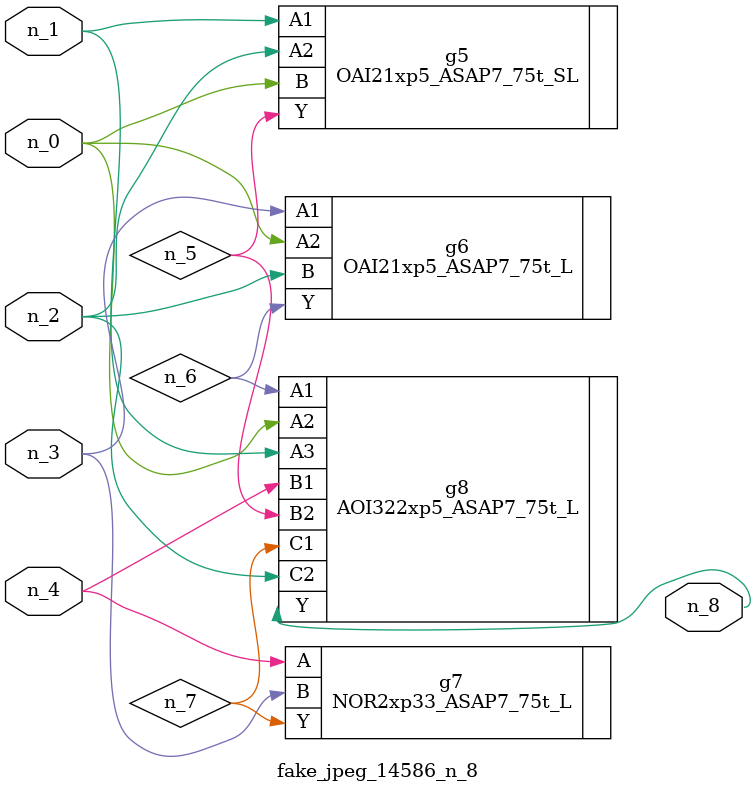
<source format=v>
module fake_jpeg_14586_n_8 (n_3, n_2, n_1, n_0, n_4, n_8);

input n_3;
input n_2;
input n_1;
input n_0;
input n_4;

output n_8;

wire n_6;
wire n_5;
wire n_7;

OAI21xp5_ASAP7_75t_SL g5 ( 
.A1(n_1),
.A2(n_2),
.B(n_0),
.Y(n_5)
);

OAI21xp5_ASAP7_75t_L g6 ( 
.A1(n_3),
.A2(n_0),
.B(n_2),
.Y(n_6)
);

NOR2xp33_ASAP7_75t_L g7 ( 
.A(n_4),
.B(n_3),
.Y(n_7)
);

AOI322xp5_ASAP7_75t_L g8 ( 
.A1(n_6),
.A2(n_0),
.A3(n_1),
.B1(n_4),
.B2(n_5),
.C1(n_7),
.C2(n_2),
.Y(n_8)
);


endmodule
</source>
